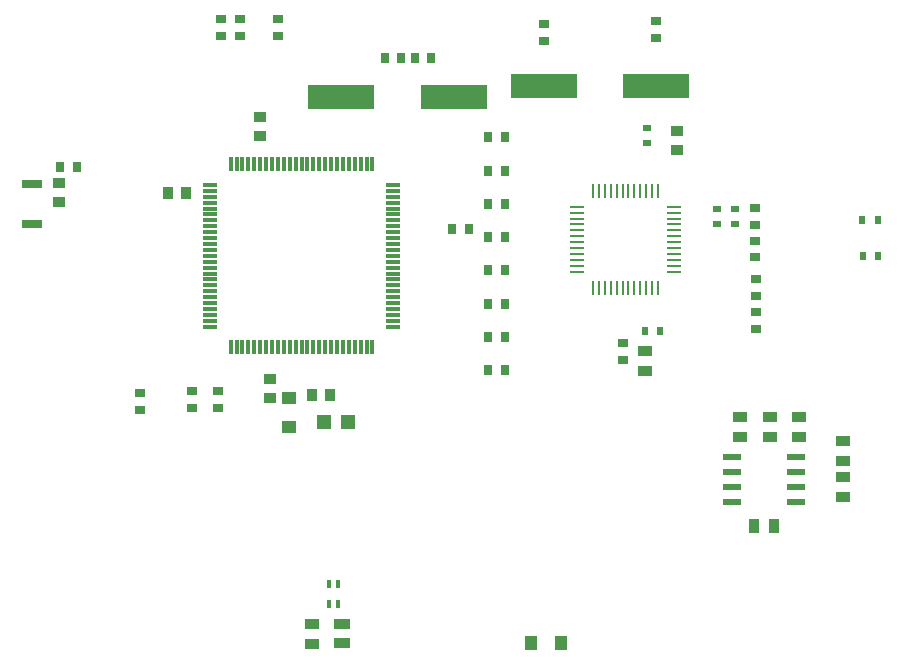
<source format=gbr>
%TF.GenerationSoftware,Altium Limited,Altium Designer,18.1.6 (161)*%
G04 Layer_Color=8421504*
%FSLAX25Y25*%
%MOIN*%
%TF.FileFunction,Paste,Top*%
%TF.Part,Single*%
G01*
G75*
%TA.AperFunction,SMDPad,CuDef*%
%ADD12R,0.02756X0.03543*%
%ADD13R,0.05118X0.03347*%
%ADD14R,0.01772X0.02953*%
%ADD15R,0.05315X0.03740*%
%ADD16R,0.03150X0.02362*%
%ADD17R,0.03937X0.03543*%
%ADD18R,0.02362X0.03150*%
%ADD19R,0.04331X0.04921*%
%ADD20R,0.03543X0.03937*%
%ADD21R,0.04724X0.04724*%
%ADD22R,0.04921X0.04331*%
%ADD23R,0.03347X0.05118*%
%ADD24R,0.05984X0.02362*%
%ADD25R,0.03543X0.02756*%
%ADD26R,0.22047X0.08268*%
%ADD27R,0.01181X0.04724*%
%ADD28R,0.04724X0.01181*%
%ADD29R,0.06693X0.03150*%
G04:AMPARAMS|DCode=30|XSize=9.84mil|YSize=49.21mil|CornerRadius=1.97mil|HoleSize=0mil|Usage=FLASHONLY|Rotation=90.000|XOffset=0mil|YOffset=0mil|HoleType=Round|Shape=RoundedRectangle|*
%AMROUNDEDRECTD30*
21,1,0.00984,0.04528,0,0,90.0*
21,1,0.00591,0.04921,0,0,90.0*
1,1,0.00394,0.02264,0.00295*
1,1,0.00394,0.02264,-0.00295*
1,1,0.00394,-0.02264,-0.00295*
1,1,0.00394,-0.02264,0.00295*
%
%ADD30ROUNDEDRECTD30*%
G04:AMPARAMS|DCode=31|XSize=9.84mil|YSize=49.21mil|CornerRadius=1.97mil|HoleSize=0mil|Usage=FLASHONLY|Rotation=180.000|XOffset=0mil|YOffset=0mil|HoleType=Round|Shape=RoundedRectangle|*
%AMROUNDEDRECTD31*
21,1,0.00984,0.04528,0,0,180.0*
21,1,0.00591,0.04921,0,0,180.0*
1,1,0.00394,-0.00295,0.02264*
1,1,0.00394,0.00295,0.02264*
1,1,0.00394,0.00295,-0.02264*
1,1,0.00394,-0.00295,-0.02264*
%
%ADD31ROUNDEDRECTD31*%
D12*
X184634Y344500D02*
D03*
X179122D02*
D03*
X315256Y324000D02*
D03*
X309744D02*
D03*
X327256Y276839D02*
D03*
X321744D02*
D03*
X327256Y287933D02*
D03*
X321744D02*
D03*
X327256Y299027D02*
D03*
X321744D02*
D03*
X327256Y310122D02*
D03*
X321744D02*
D03*
X327256Y321217D02*
D03*
X321744D02*
D03*
X327256Y332311D02*
D03*
X321744D02*
D03*
X327256Y354500D02*
D03*
X321744D02*
D03*
X327256Y343406D02*
D03*
X321744D02*
D03*
X297244Y381000D02*
D03*
X302756D02*
D03*
X292768Y381000D02*
D03*
X287256D02*
D03*
D13*
X374108Y276654D02*
D03*
Y283347D02*
D03*
X263000Y185653D02*
D03*
Y192347D02*
D03*
X440000Y246654D02*
D03*
Y253346D02*
D03*
Y234653D02*
D03*
Y241347D02*
D03*
X405500Y261346D02*
D03*
Y254654D02*
D03*
X425251Y261347D02*
D03*
Y254654D02*
D03*
X415500Y261347D02*
D03*
Y254654D02*
D03*
D14*
X271500Y205500D02*
D03*
X268744D02*
D03*
Y198807D02*
D03*
X271500D02*
D03*
D15*
X273000Y186000D02*
D03*
Y192299D02*
D03*
D16*
X374500Y357559D02*
D03*
Y352441D02*
D03*
X404000Y325441D02*
D03*
Y330559D02*
D03*
X398000Y325441D02*
D03*
Y330559D02*
D03*
D17*
X384500Y350350D02*
D03*
Y356650D02*
D03*
X249000Y274000D02*
D03*
Y267701D02*
D03*
X178500Y332850D02*
D03*
Y339150D02*
D03*
X245500Y361150D02*
D03*
Y354850D02*
D03*
D18*
X451559Y326772D02*
D03*
X446441D02*
D03*
X451618Y314961D02*
D03*
X446500D02*
D03*
X373941Y290000D02*
D03*
X379059D02*
D03*
D19*
X336079Y186000D02*
D03*
X345921D02*
D03*
D20*
X262850Y268500D02*
D03*
X269150D02*
D03*
X214850Y336000D02*
D03*
X221150D02*
D03*
D21*
X275134Y259500D02*
D03*
X266866D02*
D03*
D22*
X255429Y257831D02*
D03*
Y267673D02*
D03*
D23*
X410153Y225000D02*
D03*
X416847D02*
D03*
D24*
X424437Y233000D02*
D03*
Y238000D02*
D03*
Y243000D02*
D03*
Y248000D02*
D03*
X402862Y233000D02*
D03*
Y238000D02*
D03*
Y243000D02*
D03*
Y248000D02*
D03*
D25*
X366516Y285756D02*
D03*
Y280244D02*
D03*
X205500Y263744D02*
D03*
Y269256D02*
D03*
X239000Y393756D02*
D03*
Y388244D02*
D03*
X251626Y393756D02*
D03*
Y388244D02*
D03*
X231500Y269756D02*
D03*
Y264244D02*
D03*
X223000Y269756D02*
D03*
Y264244D02*
D03*
X410500Y330756D02*
D03*
Y325244D02*
D03*
X411000Y307256D02*
D03*
Y301744D02*
D03*
X411000Y290744D02*
D03*
Y296256D02*
D03*
X410500Y314488D02*
D03*
Y320000D02*
D03*
X232500Y388244D02*
D03*
Y393756D02*
D03*
X340299Y392256D02*
D03*
Y386744D02*
D03*
X377500Y393256D02*
D03*
Y387744D02*
D03*
D26*
X310201Y368000D02*
D03*
X272799D02*
D03*
X340299Y371500D02*
D03*
X377701D02*
D03*
D27*
X283122Y345480D02*
D03*
X281153D02*
D03*
X279185D02*
D03*
X277217D02*
D03*
X275248D02*
D03*
X273280D02*
D03*
X271311D02*
D03*
X269342D02*
D03*
X267374D02*
D03*
X265406D02*
D03*
X263437D02*
D03*
X261469D02*
D03*
X259500D02*
D03*
X257531D02*
D03*
X255563D02*
D03*
X253594D02*
D03*
X251626D02*
D03*
X249658D02*
D03*
X247689D02*
D03*
X245721D02*
D03*
X243752D02*
D03*
X241783D02*
D03*
X239815D02*
D03*
X237846D02*
D03*
X235878D02*
D03*
Y284457D02*
D03*
X237846D02*
D03*
X239815D02*
D03*
X241783D02*
D03*
X243752D02*
D03*
X245721D02*
D03*
X247689D02*
D03*
X249658D02*
D03*
X251626D02*
D03*
X253594D02*
D03*
X255563D02*
D03*
X257531D02*
D03*
X259500D02*
D03*
X261469D02*
D03*
X263437D02*
D03*
X265406D02*
D03*
X267374D02*
D03*
X269342D02*
D03*
X271311D02*
D03*
X273280D02*
D03*
X275248D02*
D03*
X277217D02*
D03*
X279185D02*
D03*
X281153D02*
D03*
X283122D02*
D03*
D28*
X228988Y338591D02*
D03*
Y336622D02*
D03*
Y334653D02*
D03*
Y332685D02*
D03*
Y330716D02*
D03*
Y328748D02*
D03*
Y326780D02*
D03*
Y324811D02*
D03*
Y322843D02*
D03*
Y320874D02*
D03*
Y318905D02*
D03*
Y316937D02*
D03*
Y314968D02*
D03*
Y313000D02*
D03*
Y311032D02*
D03*
Y309063D02*
D03*
Y307095D02*
D03*
Y305126D02*
D03*
Y303157D02*
D03*
Y301189D02*
D03*
Y299220D02*
D03*
Y297252D02*
D03*
Y295284D02*
D03*
Y293315D02*
D03*
Y291347D02*
D03*
X290012D02*
D03*
Y293315D02*
D03*
Y295284D02*
D03*
Y297252D02*
D03*
Y299220D02*
D03*
Y301189D02*
D03*
Y303157D02*
D03*
Y305126D02*
D03*
Y307095D02*
D03*
Y309063D02*
D03*
Y311032D02*
D03*
Y313000D02*
D03*
Y314968D02*
D03*
Y316937D02*
D03*
Y318905D02*
D03*
Y320874D02*
D03*
Y322843D02*
D03*
Y324811D02*
D03*
Y326780D02*
D03*
Y328748D02*
D03*
Y330716D02*
D03*
Y332685D02*
D03*
Y334653D02*
D03*
Y336622D02*
D03*
Y338591D02*
D03*
D29*
X169500Y339004D02*
D03*
Y325618D02*
D03*
D30*
X351244Y309673D02*
D03*
Y311642D02*
D03*
Y313610D02*
D03*
Y315579D02*
D03*
Y317547D02*
D03*
Y319516D02*
D03*
Y321484D02*
D03*
Y323453D02*
D03*
Y325421D02*
D03*
Y327390D02*
D03*
Y329358D02*
D03*
Y331327D02*
D03*
X383724D02*
D03*
Y329358D02*
D03*
Y327390D02*
D03*
Y325421D02*
D03*
Y323453D02*
D03*
Y321484D02*
D03*
Y319516D02*
D03*
Y317547D02*
D03*
Y315579D02*
D03*
Y313610D02*
D03*
Y311642D02*
D03*
Y309673D02*
D03*
D31*
X356658Y336740D02*
D03*
X358626D02*
D03*
X360595D02*
D03*
X362563D02*
D03*
X364531D02*
D03*
X366500D02*
D03*
X368468D02*
D03*
X370437D02*
D03*
X372406D02*
D03*
X374374D02*
D03*
X376343D02*
D03*
X378311D02*
D03*
Y304260D02*
D03*
X376343D02*
D03*
X374374D02*
D03*
X372406D02*
D03*
X370437D02*
D03*
X368468D02*
D03*
X366500D02*
D03*
X364531D02*
D03*
X362563D02*
D03*
X360595D02*
D03*
X358626D02*
D03*
X356658D02*
D03*
%TF.MD5,3ff6297587f5524578a844d4450362b2*%
M02*

</source>
